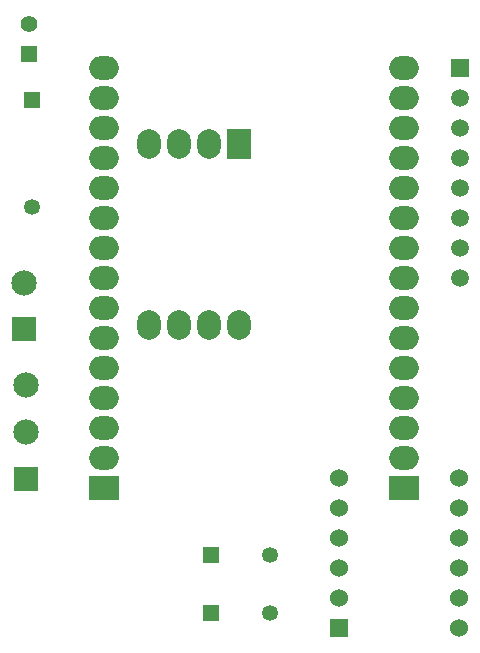
<source format=gbr>
G04*
G04 #@! TF.GenerationSoftware,Altium Limited,Altium Designer,25.0.2 (28)*
G04*
G04 Layer_Color=12632256*
%FSLAX44Y44*%
%MOMM*%
G71*
G04*
G04 #@! TF.SameCoordinates,4711C13A-52D9-45D7-B3A0-D515BE669C82*
G04*
G04*
G04 #@! TF.FilePolarity,Positive*
G04*
G01*
G75*
%ADD39O,2.5000X2.0000*%
%ADD40R,2.5000X2.0000*%
%ADD41C,2.1500*%
%ADD42R,2.1500X2.1500*%
%ADD43C,1.5240*%
%ADD44R,1.5240X1.5240*%
%ADD45O,2.0000X2.5000*%
%ADD46R,2.0000X2.5000*%
%ADD47R,1.3500X1.3500*%
%ADD48C,1.3500*%
%ADD49C,1.5000*%
%ADD50R,1.5000X1.5000*%
%ADD51C,1.4000*%
%ADD52R,1.4000X1.4000*%
%ADD53R,1.3500X1.3500*%
D39*
X1158500Y1330800D02*
D03*
Y1305400D02*
D03*
Y1280000D02*
D03*
Y1254600D02*
D03*
Y1229200D02*
D03*
Y1203800D02*
D03*
Y1178400D02*
D03*
Y1153000D02*
D03*
Y1127600D02*
D03*
Y1102200D02*
D03*
Y1076800D02*
D03*
Y1051400D02*
D03*
Y1026000D02*
D03*
Y1000600D02*
D03*
X904500Y1051400D02*
D03*
Y1330800D02*
D03*
Y1305400D02*
D03*
Y1280000D02*
D03*
Y1254600D02*
D03*
Y1229200D02*
D03*
Y1203800D02*
D03*
Y1178400D02*
D03*
Y1153000D02*
D03*
Y1127600D02*
D03*
Y1102200D02*
D03*
Y1076800D02*
D03*
Y1026000D02*
D03*
Y1000600D02*
D03*
D40*
X1158500Y975200D02*
D03*
X904500D02*
D03*
D41*
X838750Y1062350D02*
D03*
Y1022750D02*
D03*
X837250Y1149000D02*
D03*
D42*
X838750Y983150D02*
D03*
X837250Y1109400D02*
D03*
D43*
X1205350Y983250D02*
D03*
Y957850D02*
D03*
Y932450D02*
D03*
Y907050D02*
D03*
Y881650D02*
D03*
Y856250D02*
D03*
X1103750Y957850D02*
D03*
Y881650D02*
D03*
Y983250D02*
D03*
Y932450D02*
D03*
Y907050D02*
D03*
D44*
Y856250D02*
D03*
D45*
X943050Y1113100D02*
D03*
X968450D02*
D03*
X993850D02*
D03*
X1019250D02*
D03*
X943050Y1266500D02*
D03*
X968450D02*
D03*
X993850D02*
D03*
D46*
X1019250D02*
D03*
D47*
X995750Y918250D02*
D03*
Y869000D02*
D03*
D48*
X1045750Y918250D02*
D03*
Y869000D02*
D03*
X844250Y1213250D02*
D03*
D49*
X1206000Y1153050D02*
D03*
Y1178450D02*
D03*
Y1203850D02*
D03*
Y1229250D02*
D03*
Y1254650D02*
D03*
Y1280050D02*
D03*
Y1305450D02*
D03*
D50*
Y1330850D02*
D03*
D51*
X841750Y1368201D02*
D03*
D52*
Y1342800D02*
D03*
D53*
X844250Y1303250D02*
D03*
M02*

</source>
